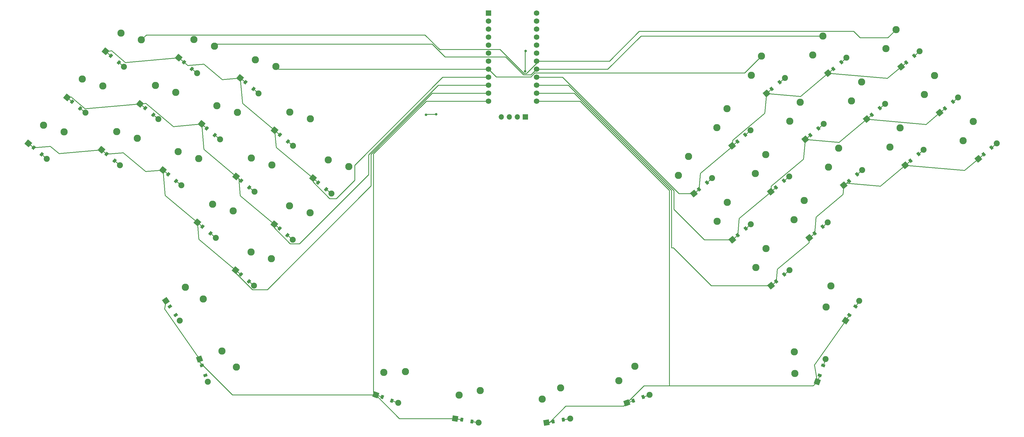
<source format=gbr>
%TF.GenerationSoftware,KiCad,Pcbnew,8.0.1*%
%TF.CreationDate,2024-05-19T15:34:10+09:00*%
%TF.ProjectId,pcb_plate,7063625f-706c-4617-9465-2e6b69636164,v1.0.0*%
%TF.SameCoordinates,Original*%
%TF.FileFunction,Copper,L2,Bot*%
%TF.FilePolarity,Positive*%
%FSLAX46Y46*%
G04 Gerber Fmt 4.6, Leading zero omitted, Abs format (unit mm)*
G04 Created by KiCad (PCBNEW 8.0.1) date 2024-05-19 15:34:10*
%MOMM*%
%LPD*%
G01*
G04 APERTURE LIST*
G04 Aperture macros list*
%AMRotRect*
0 Rectangle, with rotation*
0 The origin of the aperture is its center*
0 $1 length*
0 $2 width*
0 $3 Rotation angle, in degrees counterclockwise*
0 Add horizontal line*
21,1,$1,$2,0,0,$3*%
G04 Aperture macros list end*
%TA.AperFunction,ComponentPad*%
%ADD10RotRect,1.778000X1.778000X40.000000*%
%TD*%
%TA.AperFunction,SMDPad,CuDef*%
%ADD11RotRect,0.900000X1.200000X40.000000*%
%TD*%
%TA.AperFunction,ComponentPad*%
%ADD12C,1.905000*%
%TD*%
%TA.AperFunction,ComponentPad*%
%ADD13RotRect,1.778000X1.778000X320.000000*%
%TD*%
%TA.AperFunction,SMDPad,CuDef*%
%ADD14RotRect,0.900000X1.200000X320.000000*%
%TD*%
%TA.AperFunction,ComponentPad*%
%ADD15C,2.286000*%
%TD*%
%TA.AperFunction,ComponentPad*%
%ADD16RotRect,1.778000X1.778000X20.000000*%
%TD*%
%TA.AperFunction,SMDPad,CuDef*%
%ADD17RotRect,0.900000X1.200000X20.000000*%
%TD*%
%TA.AperFunction,ComponentPad*%
%ADD18RotRect,1.778000X1.778000X305.000000*%
%TD*%
%TA.AperFunction,SMDPad,CuDef*%
%ADD19RotRect,0.900000X1.200000X305.000000*%
%TD*%
%TA.AperFunction,ComponentPad*%
%ADD20RotRect,1.778000X1.778000X55.000000*%
%TD*%
%TA.AperFunction,SMDPad,CuDef*%
%ADD21RotRect,0.900000X1.200000X55.000000*%
%TD*%
%TA.AperFunction,ComponentPad*%
%ADD22RotRect,1.778000X1.778000X350.000000*%
%TD*%
%TA.AperFunction,SMDPad,CuDef*%
%ADD23RotRect,0.900000X1.200000X350.000000*%
%TD*%
%TA.AperFunction,ComponentPad*%
%ADD24RotRect,1.778000X1.778000X290.000000*%
%TD*%
%TA.AperFunction,SMDPad,CuDef*%
%ADD25RotRect,0.900000X1.200000X290.000000*%
%TD*%
%TA.AperFunction,ComponentPad*%
%ADD26R,1.700000X1.700000*%
%TD*%
%TA.AperFunction,ComponentPad*%
%ADD27O,1.700000X1.700000*%
%TD*%
%TA.AperFunction,ComponentPad*%
%ADD28RotRect,1.778000X1.778000X10.000000*%
%TD*%
%TA.AperFunction,SMDPad,CuDef*%
%ADD29RotRect,0.900000X1.200000X10.000000*%
%TD*%
%TA.AperFunction,ComponentPad*%
%ADD30RotRect,1.778000X1.778000X340.000000*%
%TD*%
%TA.AperFunction,SMDPad,CuDef*%
%ADD31RotRect,0.900000X1.200000X340.000000*%
%TD*%
%TA.AperFunction,ComponentPad*%
%ADD32RotRect,1.778000X1.778000X70.000000*%
%TD*%
%TA.AperFunction,SMDPad,CuDef*%
%ADD33RotRect,0.900000X1.200000X70.000000*%
%TD*%
%TA.AperFunction,ComponentPad*%
%ADD34R,1.752600X1.752600*%
%TD*%
%TA.AperFunction,ComponentPad*%
%ADD35C,1.752600*%
%TD*%
%TA.AperFunction,ViaPad*%
%ADD36C,0.800000*%
%TD*%
%TA.AperFunction,Conductor*%
%ADD37C,0.250000*%
%TD*%
G04 APERTURE END LIST*
D10*
%TO.P,D32,1*%
%TO.N,P8*%
X264601598Y-207219468D03*
D11*
X266256255Y-205831048D03*
%TO.P,D32,2*%
%TO.N,mirror_inner_bottom*%
X268784199Y-203709846D03*
D12*
X270438856Y-202321426D03*
%TD*%
D13*
%TO.P,D4,1*%
%TO.N,P16*%
X52338383Y-164126799D03*
D14*
X53993038Y-165515218D03*
%TO.P,D4,2*%
%TO.N,ring_bottom*%
X56520986Y-167636422D03*
D12*
X58175641Y-169024841D03*
%TD*%
D15*
%TO.P,S24,1*%
%TO.N,P5*%
X293296511Y-142628264D03*
%TO.P,S24,2*%
%TO.N,mirror_ring_home*%
X290064811Y-148655718D03*
%TD*%
D10*
%TO.P,D25,1*%
%TO.N,P6*%
X282666323Y-139838549D03*
D11*
X284320980Y-138450129D03*
%TO.P,D25,2*%
%TO.N,mirror_ring_top*%
X286848924Y-136328927D03*
D12*
X288503581Y-134940507D03*
%TD*%
D15*
%TO.P,S17,1*%
%TO.N,P18*%
X95092881Y-233026463D03*
%TO.P,S17,2*%
%TO.N,space_cluster*%
X90534233Y-227928147D03*
%TD*%
D16*
%TO.P,D37,1*%
%TO.N,P9*%
X218895956Y-244430490D03*
D17*
X220925692Y-243691725D03*
%TO.P,D37,2*%
%TO.N,mirror_one_one*%
X224026676Y-242563061D03*
D12*
X226056412Y-241824296D03*
%TD*%
D13*
%TO.P,D2,1*%
%TO.N,P14*%
X41418765Y-147503751D03*
D14*
X43073420Y-148892170D03*
%TO.P,D2,2*%
%TO.N,pinky_home*%
X45601368Y-151013374D03*
D12*
X47256023Y-152401793D03*
%TD*%
D15*
%TO.P,S16,1*%
%TO.N,P5*%
X84653356Y-211496325D03*
%TO.P,S16,2*%
%TO.N,layer_cluster*%
X78930499Y-207751594D03*
%TD*%
D10*
%TO.P,D33,1*%
%TO.N,P7*%
X252356500Y-192626325D03*
D11*
X254011157Y-191237905D03*
%TO.P,D33,2*%
%TO.N,mirror_inner_home*%
X256539101Y-189116703D03*
D12*
X258193758Y-187728283D03*
%TD*%
D15*
%TO.P,S32,1*%
%TO.N,P20*%
X262986679Y-195416036D03*
%TO.P,S32,2*%
%TO.N,mirror_inner_bottom*%
X259754979Y-201443490D03*
%TD*%
%TO.P,S10,1*%
%TO.N,P19*%
X94092866Y-183517666D03*
%TO.P,S10,2*%
%TO.N,index_bottom*%
X87595803Y-181381717D03*
%TD*%
D13*
%TO.P,D15,1*%
%TO.N,P15*%
X119383518Y-173135132D03*
D14*
X121038173Y-174523551D03*
%TO.P,D15,2*%
%TO.N,inner_top*%
X123566121Y-176644755D03*
D12*
X125220776Y-178033174D03*
%TD*%
D15*
%TO.P,S29,1*%
%TO.N,P19*%
X275130807Y-180252305D03*
%TO.P,S29,2*%
%TO.N,mirror_index_bottom*%
X271899107Y-186279759D03*
%TD*%
D13*
%TO.P,D13,1*%
%TO.N,P16*%
X94893309Y-202321427D03*
D14*
X96547964Y-203709846D03*
%TO.P,D13,2*%
%TO.N,inner_bottom*%
X99075912Y-205831050D03*
D12*
X100730567Y-207219469D03*
%TD*%
D15*
%TO.P,S37,1*%
%TO.N,P19*%
X221415445Y-232786560D03*
%TO.P,S37,2*%
%TO.N,mirror_one_one*%
X216317129Y-237345208D03*
%TD*%
D10*
%TO.P,D27,1*%
%TO.N,P7*%
X275420242Y-160839538D03*
D11*
X277074899Y-159451118D03*
%TO.P,D27,2*%
%TO.N,mirror_middle_home*%
X279602843Y-157329916D03*
D12*
X281257500Y-155941496D03*
%TD*%
D15*
%TO.P,S18,1*%
%TO.N,P19*%
X148690365Y-234524026D03*
%TO.P,S18,2*%
%TO.N,one_one*%
X141854586Y-234739020D03*
%TD*%
D10*
%TO.P,D34,1*%
%TO.N,P6*%
X240111395Y-178033170D03*
D11*
X241766052Y-176644750D03*
%TO.P,D34,2*%
%TO.N,mirror_inner_top*%
X244293996Y-174523548D03*
D12*
X245948653Y-173135128D03*
%TD*%
D15*
%TO.P,S38,1*%
%TO.N,P20*%
X197909323Y-239644426D03*
%TO.P,S38,2*%
%TO.N,mirror_two_one*%
X192096860Y-243248506D03*
%TD*%
%TO.P,S26,1*%
%TO.N,P18*%
X286050429Y-163629255D03*
%TO.P,S26,2*%
%TO.N,mirror_middle_bottom*%
X282818729Y-169656709D03*
%TD*%
D18*
%TO.P,D16,1*%
%TO.N,P10*%
X72754094Y-212076360D03*
D19*
X73993021Y-213845730D03*
%TO.P,D16,2*%
%TO.N,layer_cluster*%
X75885819Y-216548928D03*
D12*
X77124746Y-218318298D03*
%TD*%
D15*
%TO.P,S8,1*%
%TO.N,P18*%
X95418356Y-152301474D03*
%TO.P,S8,2*%
%TO.N,middle_home*%
X88921293Y-150165525D03*
%TD*%
D20*
%TO.P,D35,1*%
%TO.N,P9*%
X288207425Y-218318305D03*
D21*
X289446352Y-216548938D03*
%TO.P,D35,2*%
%TO.N,mirror_layer_cluster*%
X291339150Y-213845734D03*
D12*
X292578077Y-212076367D03*
%TD*%
D15*
%TO.P,S31,1*%
%TO.N,P19*%
X250640603Y-151066016D03*
%TO.P,S31,2*%
%TO.N,mirror_index_top*%
X247408903Y-157093470D03*
%TD*%
%TO.P,S36,1*%
%TO.N,P18*%
X271976753Y-228252821D03*
%TO.P,S36,2*%
%TO.N,mirror_space_cluster*%
X272191747Y-235088600D03*
%TD*%
%TO.P,S5,1*%
%TO.N,P5*%
X75927161Y-145893622D03*
%TO.P,S5,2*%
%TO.N,ring_home*%
X69430098Y-143757673D03*
%TD*%
%TO.P,S12,1*%
%TO.N,P19*%
X118583075Y-154331376D03*
%TO.P,S12,2*%
%TO.N,index_top*%
X112086012Y-152195427D03*
%TD*%
D13*
%TO.P,D8,1*%
%TO.N,P14*%
X84074676Y-155941499D03*
D14*
X85729331Y-157329918D03*
%TO.P,D8,2*%
%TO.N,middle_home*%
X88257279Y-159451122D03*
D12*
X89911934Y-160839541D03*
%TD*%
D15*
%TO.P,S35,1*%
%TO.N,P5*%
X283592583Y-207335033D03*
%TO.P,S35,2*%
%TO.N,mirror_layer_cluster*%
X282031020Y-213993529D03*
%TD*%
D13*
%TO.P,D5,1*%
%TO.N,P14*%
X64583485Y-149533653D03*
D14*
X66238140Y-150922072D03*
%TO.P,D5,2*%
%TO.N,ring_home*%
X68766088Y-153043276D03*
D12*
X70420743Y-154431695D03*
%TD*%
D15*
%TO.P,S21,1*%
%TO.N,P4*%
X316461229Y-140598362D03*
%TO.P,S21,2*%
%TO.N,mirror_pinky_home*%
X313229529Y-146625816D03*
%TD*%
D10*
%TO.P,D29,1*%
%TO.N,P8*%
X276745727Y-192055733D03*
D11*
X278400384Y-190667313D03*
%TO.P,D29,2*%
%TO.N,mirror_index_bottom*%
X280928328Y-188546111D03*
D12*
X282582985Y-187157691D03*
%TD*%
D10*
%TO.P,D21,1*%
%TO.N,P7*%
X318076146Y-152401793D03*
D11*
X319730803Y-151013373D03*
%TO.P,D21,2*%
%TO.N,mirror_pinky_home*%
X322258747Y-148892171D03*
D12*
X323913404Y-147503751D03*
%TD*%
D15*
%TO.P,S20,1*%
%TO.N,P4*%
X328706330Y-155191513D03*
%TO.P,S20,2*%
%TO.N,mirror_pinky_bottom*%
X325474630Y-161218967D03*
%TD*%
%TO.P,S4,1*%
%TO.N,P5*%
X63682060Y-160486769D03*
%TO.P,S4,2*%
%TO.N,ring_bottom*%
X57184997Y-158350820D03*
%TD*%
D22*
%TO.P,D19,1*%
%TO.N,P10*%
X164421769Y-249350759D03*
D23*
X166548953Y-249725842D03*
%TO.P,D19,2*%
%TO.N,two_one*%
X169798819Y-250298878D03*
D12*
X171926003Y-250673961D03*
%TD*%
D15*
%TO.P,S25,1*%
%TO.N,P5*%
X281051404Y-128035122D03*
%TO.P,S25,2*%
%TO.N,mirror_ring_top*%
X277819704Y-134062576D03*
%TD*%
D13*
%TO.P,D11,1*%
%TO.N,P14*%
X94994285Y-172564548D03*
D14*
X96648940Y-173952967D03*
%TO.P,D11,2*%
%TO.N,index_home*%
X99176888Y-176074171D03*
D12*
X100831543Y-177462590D03*
%TD*%
D10*
%TO.P,D20,1*%
%TO.N,P8*%
X330321253Y-166994941D03*
D11*
X331975910Y-165606521D03*
%TO.P,D20,2*%
%TO.N,mirror_pinky_bottom*%
X334503854Y-163485319D03*
D12*
X336158511Y-162096899D03*
%TD*%
D24*
%TO.P,D17,1*%
%TO.N,P10*%
X83448946Y-230506973D03*
D25*
X84187711Y-232536709D03*
%TO.P,D17,2*%
%TO.N,space_cluster*%
X85316375Y-235637693D03*
D12*
X86055140Y-237667429D03*
%TD*%
D10*
%TO.P,D23,1*%
%TO.N,P8*%
X307156535Y-169024843D03*
D11*
X308811192Y-167636423D03*
%TO.P,D23,2*%
%TO.N,mirror_ring_bottom*%
X311339136Y-165515221D03*
D12*
X312993793Y-164126801D03*
%TD*%
D10*
%TO.P,D28,1*%
%TO.N,P6*%
X263175140Y-146246389D03*
D11*
X264829797Y-144857969D03*
%TO.P,D28,2*%
%TO.N,mirror_middle_top*%
X267357741Y-142736767D03*
D12*
X269012398Y-141348347D03*
%TD*%
D15*
%TO.P,S30,1*%
%TO.N,P19*%
X262885704Y-165659156D03*
%TO.P,S30,2*%
%TO.N,mirror_index_home*%
X259654004Y-171686610D03*
%TD*%
D13*
%TO.P,D7,1*%
%TO.N,P16*%
X71829565Y-170534646D03*
D14*
X73484220Y-171923065D03*
%TO.P,D7,2*%
%TO.N,middle_bottom*%
X76012168Y-174044269D03*
D12*
X77666823Y-175432688D03*
%TD*%
D13*
%TO.P,D9,1*%
%TO.N,P15*%
X96319779Y-141348351D03*
D14*
X97974434Y-142736770D03*
%TO.P,D9,2*%
%TO.N,middle_top*%
X100502382Y-144857974D03*
D12*
X102157037Y-146246393D03*
%TD*%
D15*
%TO.P,S1,1*%
%TO.N,P4*%
X40517342Y-158456872D03*
%TO.P,S1,2*%
%TO.N,pinky_bottom*%
X34020279Y-156320923D03*
%TD*%
D10*
%TO.P,D26,1*%
%TO.N,P8*%
X287665342Y-175432688D03*
D11*
X289319999Y-174044268D03*
%TO.P,D26,2*%
%TO.N,mirror_middle_bottom*%
X291847943Y-171923066D03*
D12*
X293502600Y-170534646D03*
%TD*%
D15*
%TO.P,S11,1*%
%TO.N,P19*%
X106337970Y-168924517D03*
%TO.P,S11,2*%
%TO.N,index_home*%
X99840907Y-166788568D03*
%TD*%
%TO.P,S27,1*%
%TO.N,P18*%
X273805327Y-149036110D03*
%TO.P,S27,2*%
%TO.N,mirror_middle_home*%
X270573627Y-155063564D03*
%TD*%
%TO.P,S19,1*%
%TO.N,P20*%
X172425673Y-240526568D03*
%TO.P,S19,2*%
%TO.N,two_one*%
X165731080Y-241925316D03*
%TD*%
%TO.P,S9,1*%
%TO.N,P18*%
X107663461Y-137708325D03*
%TO.P,S9,2*%
%TO.N,middle_top*%
X101166398Y-135572376D03*
%TD*%
D26*
%TO.P,OLED1,1*%
%TO.N,GND*%
X186716086Y-153747078D03*
D27*
%TO.P,OLED1,2*%
%TO.N,VCC*%
X184176089Y-153747077D03*
%TO.P,OLED1,3*%
%TO.N,P3*%
X181636087Y-153747078D03*
%TO.P,OLED1,4*%
%TO.N,P2*%
X179096089Y-153747077D03*
%TD*%
D28*
%TO.P,D38,1*%
%TO.N,P9*%
X193406162Y-250673961D03*
D29*
X195533347Y-250298878D03*
%TO.P,D38,2*%
%TO.N,mirror_two_one*%
X198783211Y-249725842D03*
D12*
X200910396Y-249350759D03*
%TD*%
D13*
%TO.P,D3,1*%
%TO.N,P15*%
X53663864Y-132910604D03*
D14*
X55318519Y-134299023D03*
%TO.P,D3,2*%
%TO.N,pinky_top*%
X57846467Y-136420227D03*
D12*
X59501122Y-137808646D03*
%TD*%
D10*
%TO.P,D22,1*%
%TO.N,P6*%
X305831039Y-137808649D03*
D11*
X307485696Y-136420229D03*
%TO.P,D22,2*%
%TO.N,mirror_pinky_top*%
X310013640Y-134299027D03*
D12*
X311668297Y-132910607D03*
%TD*%
D15*
%TO.P,S23,1*%
%TO.N,P5*%
X305541612Y-157221412D03*
%TO.P,S23,2*%
%TO.N,mirror_ring_bottom*%
X302309912Y-163248866D03*
%TD*%
D13*
%TO.P,D10,1*%
%TO.N,P16*%
X82749188Y-187157697D03*
D14*
X84403843Y-188546116D03*
%TO.P,D10,2*%
%TO.N,index_bottom*%
X86931791Y-190667320D03*
D12*
X88586446Y-192055739D03*
%TD*%
D10*
%TO.P,D30,1*%
%TO.N,P7*%
X264500625Y-177462588D03*
D11*
X266155282Y-176074168D03*
%TO.P,D30,2*%
%TO.N,mirror_index_home*%
X268683226Y-173952966D03*
D12*
X270337883Y-172564546D03*
%TD*%
D10*
%TO.P,D24,1*%
%TO.N,P7*%
X294911432Y-154431695D03*
D11*
X296566089Y-153043275D03*
%TO.P,D24,2*%
%TO.N,mirror_ring_home*%
X299094033Y-150922073D03*
D12*
X300748690Y-149533653D03*
%TD*%
D15*
%TO.P,S3,1*%
%TO.N,P4*%
X65007554Y-129270579D03*
%TO.P,S3,2*%
%TO.N,pinky_top*%
X58510491Y-127134630D03*
%TD*%
D13*
%TO.P,D1,1*%
%TO.N,P16*%
X29173664Y-162096897D03*
D14*
X30828319Y-163485316D03*
%TO.P,D1,2*%
%TO.N,pinky_bottom*%
X33356267Y-165606520D03*
D12*
X35010922Y-166994939D03*
%TD*%
D30*
%TO.P,D18,1*%
%TO.N,P10*%
X139275756Y-241824293D03*
D31*
X141305491Y-242563058D03*
%TO.P,D18,2*%
%TO.N,one_one*%
X144406477Y-243691722D03*
D12*
X146436212Y-244430487D03*
%TD*%
D15*
%TO.P,S22,1*%
%TO.N,P4*%
X304216124Y-126005214D03*
%TO.P,S22,2*%
%TO.N,mirror_pinky_top*%
X300984424Y-132032668D03*
%TD*%
D13*
%TO.P,D14,1*%
%TO.N,P14*%
X107138413Y-187728282D03*
D14*
X108793068Y-189116701D03*
%TO.P,D14,2*%
%TO.N,inner_home*%
X111321016Y-191237905D03*
D12*
X112975671Y-192626324D03*
%TD*%
D15*
%TO.P,S33,1*%
%TO.N,P20*%
X250741581Y-180822895D03*
%TO.P,S33,2*%
%TO.N,mirror_inner_home*%
X247509881Y-186850349D03*
%TD*%
D32*
%TO.P,D36,1*%
%TO.N,P9*%
X279277029Y-237667435D03*
D33*
X280015794Y-235637700D03*
%TO.P,D36,2*%
%TO.N,mirror_space_cluster*%
X281144458Y-232536714D03*
D12*
X281883223Y-230506979D03*
%TD*%
D15*
%TO.P,S15,1*%
%TO.N,P20*%
X130727203Y-169495107D03*
%TO.P,S15,2*%
%TO.N,inner_top*%
X124230140Y-167359158D03*
%TD*%
%TO.P,S2,1*%
%TO.N,P4*%
X52762450Y-143863732D03*
%TO.P,S2,2*%
%TO.N,pinky_home*%
X46265387Y-141727783D03*
%TD*%
D13*
%TO.P,D6,1*%
%TO.N,P15*%
X76828593Y-134940502D03*
D14*
X78483248Y-136328921D03*
%TO.P,D6,2*%
%TO.N,ring_top*%
X81011196Y-138450125D03*
D12*
X82665851Y-139838544D03*
%TD*%
D15*
%TO.P,S14,1*%
%TO.N,P20*%
X118482096Y-184088253D03*
%TO.P,S14,2*%
%TO.N,inner_home*%
X111985033Y-181952304D03*
%TD*%
%TO.P,S6,1*%
%TO.N,P5*%
X88172272Y-131300481D03*
%TO.P,S6,2*%
%TO.N,ring_top*%
X81675209Y-129164532D03*
%TD*%
%TO.P,S13,1*%
%TO.N,P20*%
X106236992Y-198681397D03*
%TO.P,S13,2*%
%TO.N,inner_bottom*%
X99739929Y-196545448D03*
%TD*%
D10*
%TO.P,D31,1*%
%TO.N,P6*%
X252255516Y-162869442D03*
D11*
X253910173Y-161481022D03*
%TO.P,D31,2*%
%TO.N,mirror_index_top*%
X256438117Y-159359820D03*
D12*
X258092774Y-157971400D03*
%TD*%
D15*
%TO.P,S7,1*%
%TO.N,P18*%
X83173254Y-166894621D03*
%TO.P,S7,2*%
%TO.N,middle_bottom*%
X76676191Y-164758672D03*
%TD*%
%TO.P,S34,1*%
%TO.N,P20*%
X238496474Y-166229743D03*
%TO.P,S34,2*%
%TO.N,mirror_inner_top*%
X235264774Y-172257197D03*
%TD*%
D34*
%TO.P,MCU1,1*%
%TO.N,RAW*%
X175046085Y-120783935D03*
D35*
%TO.P,MCU1,2*%
%TO.N,GND*%
X175046086Y-123323934D03*
%TO.P,MCU1,3*%
%TO.N,RST*%
X175046085Y-125863931D03*
%TO.P,MCU1,4*%
%TO.N,VCC*%
X175046086Y-128403934D03*
%TO.P,MCU1,5*%
%TO.N,P21*%
X175046085Y-130943932D03*
%TO.P,MCU1,6*%
%TO.N,P20*%
X175046085Y-133483933D03*
%TO.P,MCU1,7*%
%TO.N,P19*%
X175046085Y-136023933D03*
%TO.P,MCU1,8*%
%TO.N,P18*%
X175046086Y-138563934D03*
%TO.P,MCU1,9*%
%TO.N,P15*%
X175046088Y-141103933D03*
%TO.P,MCU1,10*%
%TO.N,P14*%
X175046086Y-143643934D03*
%TO.P,MCU1,11*%
%TO.N,P16*%
X175046086Y-146183933D03*
%TO.P,MCU1,12*%
%TO.N,P10*%
X175046085Y-148723931D03*
%TO.P,MCU1,13*%
%TO.N,P1*%
X190286085Y-120783935D03*
%TO.P,MCU1,14*%
%TO.N,P0*%
X190286084Y-123323933D03*
%TO.P,MCU1,15*%
%TO.N,GND*%
X190286084Y-125863932D03*
%TO.P,MCU1,16*%
X190286082Y-128403933D03*
%TO.P,MCU1,17*%
%TO.N,P2*%
X190286084Y-130943932D03*
%TO.P,MCU1,18*%
%TO.N,P3*%
X190286085Y-133483933D03*
%TO.P,MCU1,19*%
%TO.N,P4*%
X190286085Y-136023933D03*
%TO.P,MCU1,20*%
%TO.N,P5*%
X190286085Y-138563934D03*
%TO.P,MCU1,21*%
%TO.N,P6*%
X190286084Y-141103932D03*
%TO.P,MCU1,22*%
%TO.N,P7*%
X190286085Y-143643935D03*
%TO.P,MCU1,23*%
%TO.N,P8*%
X190286084Y-146183932D03*
%TO.P,MCU1,24*%
%TO.N,P9*%
X190286085Y-148723931D03*
%TD*%
D15*
%TO.P,S28,1*%
%TO.N,P18*%
X261560216Y-134442965D03*
%TO.P,S28,2*%
%TO.N,mirror_middle_top*%
X258328516Y-140470419D03*
%TD*%
D13*
%TO.P,D12,1*%
%TO.N,P15*%
X107239388Y-157971400D03*
D14*
X108894043Y-159359819D03*
%TO.P,D12,2*%
%TO.N,index_top*%
X111421991Y-161481023D03*
D12*
X113076646Y-162869442D03*
%TD*%
D36*
%TO.N,P19*%
X155200000Y-153000000D03*
X158430851Y-152830851D03*
%TO.N,GND*%
X186800000Y-132800000D03*
X186600000Y-139200000D03*
%TD*%
D37*
%TO.N,P4*%
X290767122Y-126567122D02*
X222832878Y-126567122D01*
X65007554Y-129270579D02*
X66581601Y-127696532D01*
X222832878Y-126567122D02*
X213376067Y-136023933D01*
X301621338Y-128600000D02*
X292800000Y-128600000D01*
X178657328Y-132282633D02*
X186299695Y-139925000D01*
X159717367Y-132282633D02*
X178657328Y-132282633D01*
X187075000Y-139925000D02*
X190286085Y-136713915D01*
X159600000Y-132400000D02*
X159717367Y-132282633D01*
X190286085Y-136713915D02*
X190286085Y-136023933D01*
X66581601Y-127696532D02*
X154896532Y-127696532D01*
X304216124Y-126005214D02*
X301621338Y-128600000D01*
X292800000Y-128600000D02*
X290767122Y-126567122D01*
X154896532Y-127696532D02*
X159600000Y-132400000D01*
X186299695Y-139925000D02*
X187075000Y-139925000D01*
X213376067Y-136023933D02*
X190286085Y-136023933D01*
%TO.N,pinky_bottom*%
X33356266Y-165606519D02*
X35010922Y-166994934D01*
%TO.N,pinky_home*%
X45601365Y-151013372D02*
X47256018Y-152401793D01*
%TO.N,pinky_top*%
X57846469Y-136420228D02*
X59501121Y-137808645D01*
%TO.N,P5*%
X281051404Y-128035122D02*
X223364878Y-128035122D01*
X161248837Y-134685233D02*
X180423532Y-134685233D01*
X180423532Y-134685233D02*
X186113299Y-140375000D01*
X87504323Y-130632532D02*
X157196136Y-130632532D01*
X186113299Y-140375000D02*
X188475019Y-140375000D01*
X223364878Y-128035122D02*
X212836066Y-138563934D01*
X88172272Y-131300481D02*
X87504323Y-130632532D01*
X212836066Y-138563934D02*
X190286085Y-138563934D01*
X188475019Y-140375000D02*
X190286085Y-138563934D01*
X157196136Y-130632532D02*
X161248837Y-134685233D01*
%TO.N,ring_bottom*%
X56520985Y-167636423D02*
X58175636Y-169024843D01*
%TO.N,ring_home*%
X68766090Y-153043276D02*
X70420741Y-154431696D01*
%TO.N,ring_top*%
X81011191Y-138450131D02*
X82665850Y-139838550D01*
%TO.N,P18*%
X177482152Y-141000000D02*
X175046086Y-138563934D01*
X108519070Y-138563934D02*
X107663461Y-137708325D01*
X188486415Y-141000000D02*
X177482152Y-141000000D01*
X261560216Y-134442965D02*
X256237947Y-139765234D01*
X175046086Y-138563934D02*
X108519070Y-138563934D01*
X189721181Y-139765234D02*
X188486415Y-141000000D01*
X256237947Y-139765234D02*
X189721181Y-139765234D01*
%TO.N,middle_bottom*%
X76012172Y-174044268D02*
X77666825Y-175432686D01*
%TO.N,middle_home*%
X88257274Y-159451122D02*
X89911932Y-160839545D01*
%TO.N,middle_top*%
X100502387Y-144857973D02*
X102157035Y-146246398D01*
%TO.N,P19*%
X158430851Y-152830851D02*
X155369149Y-152830851D01*
X155369149Y-152830851D02*
X155200000Y-153000000D01*
%TO.N,index_bottom*%
X86931787Y-190667316D02*
X88586443Y-192055738D01*
%TO.N,index_home*%
X99176893Y-176074170D02*
X100831546Y-177462588D01*
%TO.N,index_top*%
X111421996Y-161481023D02*
X113076650Y-162869440D01*
%TO.N,inner_bottom*%
X99075912Y-205831048D02*
X100730570Y-207219469D01*
%TO.N,inner_home*%
X111321018Y-191237903D02*
X112975670Y-192626322D01*
%TO.N,inner_top*%
X123566125Y-176644750D02*
X125220774Y-178033174D01*
%TO.N,one_one*%
X146436211Y-244430484D02*
X146436212Y-244430490D01*
X144406480Y-243691723D02*
X146436211Y-244430484D01*
%TO.N,two_one*%
X169798821Y-250298878D02*
X171926002Y-250673955D01*
X171926002Y-250673955D02*
X171926004Y-250673957D01*
%TO.N,mirror_pinky_bottom*%
X334503855Y-163485314D02*
X336158508Y-162096896D01*
%TO.N,mirror_pinky_home*%
X322258747Y-148892171D02*
X323913403Y-147503751D01*
%TO.N,mirror_pinky_top*%
X310013643Y-134299026D02*
X311668297Y-132910609D01*
%TO.N,mirror_ring_bottom*%
X311339137Y-165515221D02*
X312993792Y-164126801D01*
%TO.N,mirror_ring_home*%
X299094031Y-150922070D02*
X300748687Y-149533649D01*
%TO.N,mirror_ring_top*%
X286848927Y-136328929D02*
X288503582Y-134940509D01*
%TO.N,mirror_middle_bottom*%
X291847948Y-171923067D02*
X293502601Y-170534648D01*
%TO.N,mirror_middle_home*%
X279602844Y-157329918D02*
X281257499Y-155941498D01*
%TO.N,mirror_middle_top*%
X267357739Y-142736768D02*
X269012392Y-141348350D01*
%TO.N,mirror_index_bottom*%
X280928324Y-188546112D02*
X282582983Y-187157691D01*
%TO.N,mirror_index_home*%
X268683225Y-173952966D02*
X270337883Y-172564545D01*
%TO.N,mirror_index_top*%
X256438125Y-159359823D02*
X258092774Y-157971402D01*
%TO.N,mirror_inner_bottom*%
X268784204Y-203709847D02*
X270438859Y-202321426D01*
%TO.N,mirror_inner_home*%
X256539098Y-189116700D02*
X258193756Y-187728279D01*
%TO.N,mirror_inner_top*%
X244293997Y-174523545D02*
X245948654Y-173135130D01*
%TO.N,mirror_layer_cluster*%
X291339154Y-213845735D02*
X292578081Y-212076368D01*
%TO.N,mirror_space_cluster*%
X281144458Y-232536717D02*
X281883221Y-230506980D01*
%TO.N,mirror_one_one*%
X226056410Y-241824298D02*
X226056411Y-241824296D01*
X224026675Y-242563061D02*
X226056410Y-241824298D01*
%TO.N,mirror_two_one*%
X200910394Y-249350762D02*
X200910395Y-249350760D01*
X198783211Y-249725841D02*
X200910394Y-249350762D01*
%TO.N,P16*%
X137800000Y-165563604D02*
X137800000Y-175600000D01*
X30828421Y-163485403D02*
X36145492Y-163020220D01*
X71829570Y-170534645D02*
X72533976Y-178586118D01*
X157179671Y-146183933D02*
X137800000Y-165563604D01*
X137800000Y-175600000D02*
X104903031Y-208496969D01*
X72533976Y-178586118D02*
X82749188Y-187157693D01*
X82749188Y-187157693D02*
X84403835Y-188546116D01*
X38868682Y-165305252D02*
X52338385Y-164126799D01*
X100201409Y-208496969D02*
X94893309Y-203188869D01*
X71829570Y-170534645D02*
X73484227Y-171923066D01*
X52338385Y-164126799D02*
X53993045Y-165515227D01*
X94893311Y-202321431D02*
X96547967Y-203709848D01*
X36145492Y-163020220D02*
X38868682Y-165305252D01*
X82749188Y-187157693D02*
X83218795Y-192525343D01*
X52338385Y-164126799D02*
X53993136Y-165515304D01*
X29173658Y-162096894D02*
X30828318Y-163485318D01*
X66302632Y-171018190D02*
X71829570Y-170534645D01*
X83218795Y-192525343D02*
X94893311Y-202321431D01*
X29173658Y-162096894D02*
X30828421Y-163485403D01*
X94893309Y-203188869D02*
X94893309Y-202321427D01*
X53993136Y-165515304D02*
X59201502Y-165059635D01*
X175046086Y-146183933D02*
X157179671Y-146183933D01*
X104903031Y-208496969D02*
X100201409Y-208496969D01*
X59201502Y-165059635D02*
X66302632Y-171018190D01*
%TO.N,P14*%
X42721931Y-147389739D02*
X47099875Y-151063270D01*
X107138411Y-187728279D02*
X108793071Y-189116706D01*
X64583484Y-149533650D02*
X66383268Y-149376196D01*
X64583484Y-149533650D02*
X66238139Y-150922076D01*
X66383268Y-149376196D02*
X75139154Y-156723251D01*
X175046086Y-143643934D02*
X159083274Y-143643934D01*
X84074670Y-155941499D02*
X84779085Y-163992973D01*
X95866812Y-173296680D02*
X96336425Y-178664333D01*
X84074670Y-155941499D02*
X85729330Y-157329917D01*
X84779085Y-163992973D02*
X94994290Y-172564546D01*
X41418762Y-147503751D02*
X42721931Y-147389739D01*
X47099875Y-151063270D02*
X64583484Y-149533650D01*
X115096176Y-193903824D02*
X112153447Y-193903824D01*
X137000000Y-172000000D02*
X115096176Y-193903824D01*
X96336425Y-178664333D02*
X107138411Y-187728279D01*
X41418762Y-147503751D02*
X43073418Y-148892173D01*
X94994290Y-172564546D02*
X96648943Y-173952968D01*
X107138413Y-188888790D02*
X107138413Y-187728282D01*
X137000000Y-165727208D02*
X137000000Y-172000000D01*
X94994290Y-172564546D02*
X95866812Y-173296680D01*
X159083274Y-143643934D02*
X137000000Y-165727208D01*
X75139154Y-156723251D02*
X84074670Y-155941499D01*
X112153447Y-193903824D02*
X107138413Y-188888790D01*
%TO.N,P15*%
X97024193Y-149399827D02*
X107239393Y-157971400D01*
X53663866Y-132910608D02*
X55318521Y-134299027D01*
X55540345Y-132746435D02*
X59918287Y-136419966D01*
X132600000Y-169000000D02*
X132600000Y-173800000D01*
X119383518Y-174295640D02*
X119383518Y-173135132D01*
X107708999Y-163339050D02*
X119383523Y-173135128D01*
X79708916Y-137357393D02*
X84776399Y-136914041D01*
X76828588Y-134940506D02*
X78483243Y-136328928D01*
X53663866Y-132910608D02*
X55540345Y-132746435D01*
X84776399Y-136914041D02*
X90651957Y-141844221D01*
X124687878Y-179600000D02*
X119383518Y-174295640D01*
X119383523Y-173135128D02*
X121038179Y-174523549D01*
X132600000Y-173800000D02*
X126800000Y-179600000D01*
X90651957Y-141844221D02*
X96319781Y-141348349D01*
X96319781Y-141348349D02*
X97974433Y-142736774D01*
X107239393Y-157971400D02*
X108894048Y-159359825D01*
X107239393Y-157971400D02*
X107708999Y-163339050D01*
X160496067Y-141103933D02*
X132600000Y-169000000D01*
X59918287Y-136419966D02*
X76828588Y-134940506D01*
X96319781Y-141348349D02*
X97024193Y-149399827D01*
X175046088Y-141103933D02*
X160496067Y-141103933D01*
X126800000Y-179600000D02*
X124687878Y-179600000D01*
X76828588Y-134940506D02*
X79708916Y-137357393D01*
%TO.N,P10*%
X141305490Y-242563056D02*
X141305490Y-242563060D01*
X83448946Y-230506973D02*
X83448946Y-231453027D01*
X139275756Y-241824293D02*
X146802223Y-249350760D01*
X139275757Y-241824294D02*
X141305490Y-242563056D01*
X72309442Y-214598113D02*
X83448945Y-230506981D01*
X138566544Y-165433456D02*
X138566544Y-241115081D01*
X146802223Y-249350760D02*
X164421769Y-249350760D01*
X83448946Y-231453027D02*
X93820212Y-241824293D01*
X175046085Y-148723931D02*
X155276069Y-148723931D01*
X166548951Y-249725837D02*
X166548954Y-249725843D01*
X93820212Y-241824293D02*
X139275756Y-241824293D01*
X138566544Y-241115081D02*
X139275756Y-241824293D01*
X155276069Y-148723931D02*
X138566544Y-165433456D01*
X164421772Y-249350758D02*
X166548951Y-249725837D01*
X72754094Y-212076363D02*
X72309442Y-214598113D01*
%TO.N,P8*%
X233000000Y-195200000D02*
X233600000Y-195200000D01*
X276745728Y-192055734D02*
X278400484Y-190667229D01*
X287418569Y-178253376D02*
X287665347Y-175432686D01*
X325943309Y-170668473D02*
X330321251Y-166994942D01*
X233000000Y-176963604D02*
X233000000Y-195200000D01*
X278858118Y-185436448D02*
X287418569Y-178253376D01*
X266256356Y-205830965D02*
X266591966Y-201994924D01*
X264601602Y-207219468D02*
X266256356Y-205830965D01*
X330321251Y-166994942D02*
X331975905Y-165606518D01*
X266591966Y-201994924D02*
X276611728Y-193587346D01*
X276611728Y-193587346D02*
X276745728Y-192055734D01*
X287665347Y-175432686D02*
X289320001Y-174044270D01*
X190286084Y-146183932D02*
X202220328Y-146183932D01*
X264601602Y-207219468D02*
X266256259Y-205831046D01*
X202220328Y-146183932D02*
X233000000Y-176963604D01*
X307156531Y-169024840D02*
X308811191Y-167636419D01*
X307156531Y-169024840D02*
X325943309Y-170668473D01*
X233600000Y-195200000D02*
X245619468Y-207219468D01*
X288537873Y-174700552D02*
X299273169Y-175639768D01*
X278400484Y-190667229D02*
X278858118Y-185436448D01*
X276745728Y-192055734D02*
X278400383Y-190667314D01*
X245619468Y-207219468D02*
X264601598Y-207219468D01*
X299273169Y-175639768D02*
X307156531Y-169024840D01*
X287665347Y-175432686D02*
X288537873Y-174700552D01*
%TO.N,P7*%
X275420244Y-160839539D02*
X277074898Y-159451123D01*
X294911430Y-154431692D02*
X296566088Y-153043271D01*
X252356496Y-192626323D02*
X254011252Y-191237819D01*
X233800000Y-183000000D02*
X243426325Y-192626325D01*
X264658084Y-175662801D02*
X274873291Y-167091228D01*
X264500626Y-177462586D02*
X266155280Y-176074165D01*
X274873291Y-167091228D02*
X275420244Y-160839539D01*
X252356496Y-192626323D02*
X254011153Y-191237901D01*
X233800000Y-177127208D02*
X233800000Y-183000000D01*
X264496200Y-177513163D02*
X264500626Y-177462586D01*
X264500626Y-177462586D02*
X264658084Y-175662801D01*
X243426325Y-192626325D02*
X252356500Y-192626325D01*
X286155538Y-161778755D02*
X294911430Y-154431692D01*
X294911430Y-154431692D02*
X313698202Y-156075324D01*
X200316727Y-143643935D02*
X233800000Y-177127208D01*
X254011252Y-191237819D02*
X254476439Y-185920743D01*
X275420244Y-160839539D02*
X286155538Y-161778755D01*
X318076151Y-152401795D02*
X319730802Y-151013369D01*
X313698202Y-156075324D02*
X318076151Y-152401795D01*
X254476439Y-185920743D02*
X264496200Y-177513163D01*
X190286085Y-143643935D02*
X200316727Y-143643935D01*
%TO.N,P6*%
X301453102Y-141482181D02*
X305831042Y-137808652D01*
X252255520Y-162869441D02*
X252412979Y-161069656D01*
X273910441Y-147185609D02*
X282666326Y-139838552D01*
X240111395Y-178033168D02*
X241766152Y-176644666D01*
X241766152Y-176644666D02*
X242212695Y-171540683D01*
X263175140Y-146246395D02*
X264829794Y-144857969D01*
X305831042Y-137808652D02*
X307485698Y-136420227D01*
X252412979Y-161069656D02*
X262628190Y-152498081D01*
X263175140Y-146246395D02*
X273910441Y-147185609D01*
X282666326Y-139838552D02*
X301453102Y-141482181D01*
X262628190Y-152498081D02*
X263175140Y-146246395D01*
X235433170Y-178033170D02*
X240111395Y-178033170D01*
X242212695Y-171540683D02*
X252232452Y-163133104D01*
X252232452Y-163133104D02*
X252255520Y-162869441D01*
X190286084Y-141103932D02*
X198503932Y-141103932D01*
X198503932Y-141103932D02*
X235433170Y-178033170D01*
X282666326Y-139838552D02*
X284320982Y-138450128D01*
X240111395Y-178033168D02*
X241766053Y-176644749D01*
X252255520Y-162869441D02*
X253910175Y-161481026D01*
%TO.N,P9*%
X217894363Y-245432083D02*
X218895956Y-244430490D01*
X279277028Y-237667438D02*
X278348056Y-232398949D01*
X195533347Y-250298880D02*
X195533348Y-250298879D01*
X220925691Y-243691727D02*
X220925692Y-243691725D01*
X193406162Y-250673960D02*
X194308876Y-250673960D01*
X224326446Y-239000000D02*
X232400000Y-239000000D01*
X288207427Y-218318305D02*
X289446356Y-216548938D01*
X204123931Y-148723931D02*
X232400000Y-177000000D01*
X199550753Y-245432083D02*
X217894363Y-245432083D01*
X194308876Y-250673960D02*
X199550753Y-245432083D01*
X218895957Y-244430491D02*
X220925691Y-243691727D01*
X278348056Y-232398949D02*
X288207427Y-218318305D01*
X279277029Y-237667439D02*
X280015794Y-235637704D01*
X218895956Y-244430490D02*
X224326446Y-239000000D01*
X190286085Y-148723931D02*
X204123931Y-148723931D01*
X277944464Y-239000000D02*
X279277029Y-237667435D01*
X232400000Y-177000000D02*
X232400000Y-239000000D01*
X193406163Y-250673960D02*
X195533347Y-250298880D01*
X232400000Y-239000000D02*
X277944464Y-239000000D01*
%TO.N,GND*%
X186600000Y-133000000D02*
X186800000Y-132800000D01*
X186600000Y-139200000D02*
X186600000Y-133000000D01*
%TD*%
M02*

</source>
